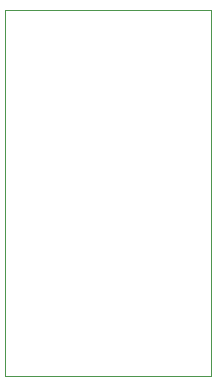
<source format=gbr>
%TF.GenerationSoftware,KiCad,Pcbnew,(5.1.6)-1*%
%TF.CreationDate,2021-07-23T13:19:56-04:00*%
%TF.ProjectId,RTC-12887-switch,5254432d-3132-4383-9837-2d7377697463,rev?*%
%TF.SameCoordinates,Original*%
%TF.FileFunction,Profile,NP*%
%FSLAX46Y46*%
G04 Gerber Fmt 4.6, Leading zero omitted, Abs format (unit mm)*
G04 Created by KiCad (PCBNEW (5.1.6)-1) date 2021-07-23 13:19:56*
%MOMM*%
%LPD*%
G01*
G04 APERTURE LIST*
%TA.AperFunction,Profile*%
%ADD10C,0.050000*%
%TD*%
G04 APERTURE END LIST*
D10*
X116586000Y-76327000D02*
X116586000Y-107315000D01*
X133985000Y-76327000D02*
X116586000Y-76327000D01*
X133985000Y-107315000D02*
X133985000Y-76327000D01*
X116586000Y-107315000D02*
X133985000Y-107315000D01*
M02*

</source>
